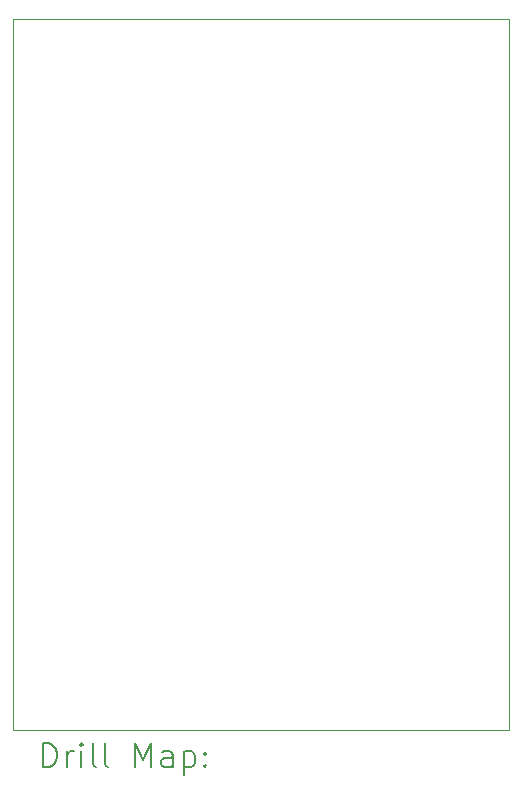
<source format=gbr>
%TF.GenerationSoftware,KiCad,Pcbnew,9.0.0*%
%TF.CreationDate,2025-03-14T10:35:38+00:00*%
%TF.ProjectId,paxtogeddon-pcb,70617874-6f67-4656-9464-6f6e2d706362,rev?*%
%TF.SameCoordinates,Original*%
%TF.FileFunction,Drillmap*%
%TF.FilePolarity,Positive*%
%FSLAX45Y45*%
G04 Gerber Fmt 4.5, Leading zero omitted, Abs format (unit mm)*
G04 Created by KiCad (PCBNEW 9.0.0) date 2025-03-14 10:35:38*
%MOMM*%
%LPD*%
G01*
G04 APERTURE LIST*
%ADD10C,0.050000*%
%ADD11C,0.200000*%
G04 APERTURE END LIST*
D10*
X3240000Y-2100000D02*
X7440000Y-2100000D01*
X7440000Y-8120000D01*
X3240000Y-8120000D01*
X3240000Y-2100000D01*
D11*
X3498277Y-8433984D02*
X3498277Y-8233984D01*
X3498277Y-8233984D02*
X3545896Y-8233984D01*
X3545896Y-8233984D02*
X3574467Y-8243508D01*
X3574467Y-8243508D02*
X3593515Y-8262555D01*
X3593515Y-8262555D02*
X3603039Y-8281603D01*
X3603039Y-8281603D02*
X3612562Y-8319698D01*
X3612562Y-8319698D02*
X3612562Y-8348269D01*
X3612562Y-8348269D02*
X3603039Y-8386365D01*
X3603039Y-8386365D02*
X3593515Y-8405412D01*
X3593515Y-8405412D02*
X3574467Y-8424460D01*
X3574467Y-8424460D02*
X3545896Y-8433984D01*
X3545896Y-8433984D02*
X3498277Y-8433984D01*
X3698277Y-8433984D02*
X3698277Y-8300650D01*
X3698277Y-8338746D02*
X3707801Y-8319698D01*
X3707801Y-8319698D02*
X3717324Y-8310174D01*
X3717324Y-8310174D02*
X3736372Y-8300650D01*
X3736372Y-8300650D02*
X3755420Y-8300650D01*
X3822086Y-8433984D02*
X3822086Y-8300650D01*
X3822086Y-8233984D02*
X3812562Y-8243508D01*
X3812562Y-8243508D02*
X3822086Y-8253031D01*
X3822086Y-8253031D02*
X3831610Y-8243508D01*
X3831610Y-8243508D02*
X3822086Y-8233984D01*
X3822086Y-8233984D02*
X3822086Y-8253031D01*
X3945896Y-8433984D02*
X3926848Y-8424460D01*
X3926848Y-8424460D02*
X3917324Y-8405412D01*
X3917324Y-8405412D02*
X3917324Y-8233984D01*
X4050658Y-8433984D02*
X4031610Y-8424460D01*
X4031610Y-8424460D02*
X4022086Y-8405412D01*
X4022086Y-8405412D02*
X4022086Y-8233984D01*
X4279229Y-8433984D02*
X4279229Y-8233984D01*
X4279229Y-8233984D02*
X4345896Y-8376841D01*
X4345896Y-8376841D02*
X4412563Y-8233984D01*
X4412563Y-8233984D02*
X4412563Y-8433984D01*
X4593515Y-8433984D02*
X4593515Y-8329222D01*
X4593515Y-8329222D02*
X4583991Y-8310174D01*
X4583991Y-8310174D02*
X4564944Y-8300650D01*
X4564944Y-8300650D02*
X4526848Y-8300650D01*
X4526848Y-8300650D02*
X4507801Y-8310174D01*
X4593515Y-8424460D02*
X4574467Y-8433984D01*
X4574467Y-8433984D02*
X4526848Y-8433984D01*
X4526848Y-8433984D02*
X4507801Y-8424460D01*
X4507801Y-8424460D02*
X4498277Y-8405412D01*
X4498277Y-8405412D02*
X4498277Y-8386365D01*
X4498277Y-8386365D02*
X4507801Y-8367317D01*
X4507801Y-8367317D02*
X4526848Y-8357793D01*
X4526848Y-8357793D02*
X4574467Y-8357793D01*
X4574467Y-8357793D02*
X4593515Y-8348269D01*
X4688753Y-8300650D02*
X4688753Y-8500650D01*
X4688753Y-8310174D02*
X4707801Y-8300650D01*
X4707801Y-8300650D02*
X4745896Y-8300650D01*
X4745896Y-8300650D02*
X4764944Y-8310174D01*
X4764944Y-8310174D02*
X4774467Y-8319698D01*
X4774467Y-8319698D02*
X4783991Y-8338746D01*
X4783991Y-8338746D02*
X4783991Y-8395889D01*
X4783991Y-8395889D02*
X4774467Y-8414936D01*
X4774467Y-8414936D02*
X4764944Y-8424460D01*
X4764944Y-8424460D02*
X4745896Y-8433984D01*
X4745896Y-8433984D02*
X4707801Y-8433984D01*
X4707801Y-8433984D02*
X4688753Y-8424460D01*
X4869705Y-8414936D02*
X4879229Y-8424460D01*
X4879229Y-8424460D02*
X4869705Y-8433984D01*
X4869705Y-8433984D02*
X4860182Y-8424460D01*
X4860182Y-8424460D02*
X4869705Y-8414936D01*
X4869705Y-8414936D02*
X4869705Y-8433984D01*
X4869705Y-8310174D02*
X4879229Y-8319698D01*
X4879229Y-8319698D02*
X4869705Y-8329222D01*
X4869705Y-8329222D02*
X4860182Y-8319698D01*
X4860182Y-8319698D02*
X4869705Y-8310174D01*
X4869705Y-8310174D02*
X4869705Y-8329222D01*
M02*

</source>
